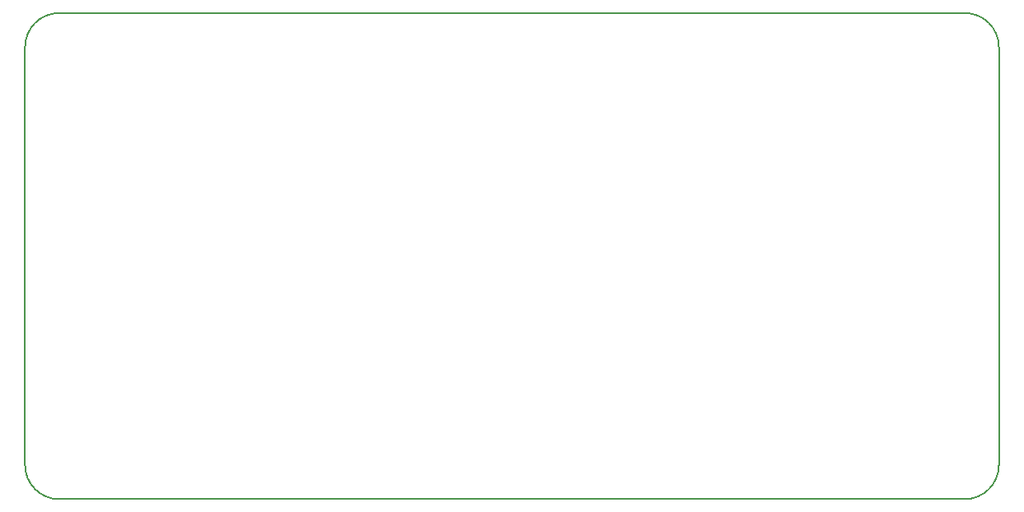
<source format=gko>
G04 DipTrace 2.4.0.2*
%INPowerPoleExpander.GKO*%
%MOMM*%
%ADD11C,0.14*%
%FSLAX53Y53*%
G04*
G71*
G90*
G75*
G01*
%LNBoardOutline*%
%LPD*%
X3500Y0D2*
D11*
X96500D1*
G03X100000Y3500I0J3500D01*
G01*
Y46500D1*
G03X96500Y50000I-3500J0D01*
G01*
X3500D1*
G03X0Y46500I0J-3500D01*
G01*
Y3500D1*
G03X3500Y0I3500J0D01*
G01*
M02*

</source>
